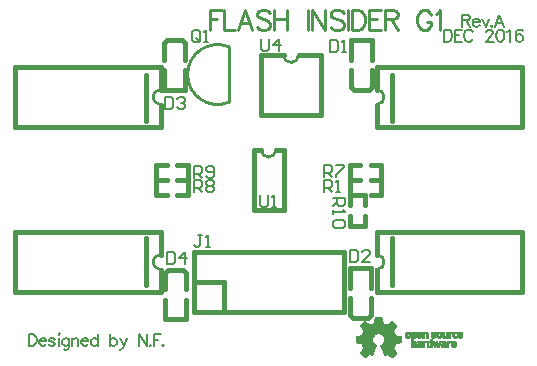
<source format=gto>
*%FSLAX55Y55*%
*%MOMM*%
G01*
%ADD11C,0.02540*%
%ADD12C,0.15240*%
%ADD13C,0.17780*%
%ADD14C,0.18627*%
%ADD15C,0.25400*%
%ADD16C,0.38100*%
%ADD17C,1.01600*%
%ADD18C,1.21920*%
%ADD19C,1.39700*%
%ADD20C,1.52400*%
%ADD21C,1.60020*%
%ADD22C,1.72720*%
%ADD23C,1.77800*%
%ADD24C,2.03200*%
%ADD25O,2.54000X0.60960*%
%ADD26O,2.54000X0.63500*%
%ADD27O,2.74320X0.81280*%
%ADD28O,2.74320X0.83820*%
%ADD29R,0.25400X0.25400*%
%ADD30R,0.25400X0.25400*%
%ADD31R,0.27652X0.27652*%
%ADD32R,0.38100X0.38100*%
%ADD33R,0.38100X0.38100*%
%ADD34R,0.50800X0.50800*%
%ADD35R,0.50800X0.50800*%
%ADD36R,0.63500X0.63500*%
%ADD37R,0.76200X0.76200*%
%ADD38R,0.76200X0.76200*%
%ADD39R,0.76200X0.76200*%
%ADD40R,0.88900X0.88900*%
%ADD41R,0.88900X0.88900*%
%ADD42R,0.93723X0.93723*%
%ADD43R,0.96520X0.96520*%
%ADD44R,0.98497X0.98497*%
%ADD45R,1.01600X1.01600*%
%ADD46R,1.01600X1.01600*%
%ADD47R,1.01600X1.01600*%
%ADD48R,1.14300X1.14300*%
%ADD49R,1.27000X1.27000*%
%ADD50R,1.27000X1.27000*%
%ADD51R,1.27000X1.52400*%
%ADD52R,1.27000X1.27000*%
%ADD53R,1.39700X1.39700*%
%ADD54R,1.39700X1.39700*%
%ADD55R,1.39700X1.39700*%
%ADD56R,1.39700X1.39700*%
%ADD57R,1.47320X1.72720*%
%ADD58R,1.52400X1.52400*%
%ADD59R,1.60020X1.60020*%
%ADD60R,1.65100X1.65100*%
%ADD61R,1.65100X1.65100*%
%ADD62R,2.03200X2.03200*%
%ADD63R,2.54000X2.54000*%
D11*
X26169620Y19072860D02*
X26461720D01*
X26941780Y18902680D02*
X26967180D01*
X26908760D02*
X26896060D01*
X26888440D02*
X26850340D01*
X26830020D02*
X26817320D01*
X26799540D02*
X26786840D01*
X26769060D02*
X26756360D01*
X26753820D02*
X26733500D01*
X26705560D02*
X26690320D01*
X26682700D02*
X26647140D01*
X26634440D02*
X26621740D01*
X26606500D02*
X26591260D01*
X26939240Y18905220D02*
X26969720D01*
X26908760D02*
X26896060D01*
X26888440D02*
X26847800D01*
X26830020D02*
X26817320D01*
X26799540D02*
X26786840D01*
X26769060D02*
X26730960D01*
X26705560D02*
X26690320D01*
X26682700D02*
X26644600D01*
X26634440D02*
X26621740D01*
X26606500D02*
X26591260D01*
X26936700Y18907760D02*
X26972260D01*
X26908760D02*
X26896060D01*
X26888440D02*
X26845260D01*
X26832560D02*
X26814780D01*
X26802080D02*
X26784300D01*
X26769060D02*
X26728420D01*
X26705560D02*
X26690320D01*
X26682700D02*
X26642060D01*
X26634440D02*
X26621740D01*
X26606500D02*
X26591260D01*
X26934160Y18910300D02*
X26972260D01*
X26908760D02*
X26896060D01*
X26888440D02*
X26845260D01*
X26832560D02*
X26814780D01*
X26802080D02*
X26784300D01*
X26769060D02*
X26728420D01*
X26705560D02*
X26690320D01*
X26682700D02*
X26639520D01*
X26634440D02*
X26621740D01*
X26606500D02*
X26591260D01*
X26931620Y18912840D02*
X26969720D01*
X26908760D02*
X26896060D01*
X26888440D02*
X26845260D01*
X26832560D02*
X26814780D01*
X26802080D02*
X26784300D01*
X26769060D02*
X26725880D01*
X26705560D02*
X26690320D01*
X26682700D02*
X26639520D01*
X26634440D02*
X26621740D01*
X26606500D02*
X26591260D01*
X26962100Y18915380D02*
X26967180D01*
X26946860D02*
X26931620D01*
X26908760D02*
X26896060D01*
X26888440D02*
X26873200D01*
X26857960D02*
X26842720D01*
X26835100D02*
X26814780D01*
X26804620D02*
X26784300D01*
X26769060D02*
X26753820D01*
X26741120D02*
X26725880D01*
X26705560D02*
X26690320D01*
X26682700D02*
X26670000D01*
X26652220D02*
X26639520D01*
X26634440D02*
X26621740D01*
X26606500D02*
X26591260D01*
X26931620Y18917920D02*
X26944320D01*
X26908760D02*
X26896060D01*
X26888440D02*
X26873200D01*
X26855420D02*
X26842720D01*
X26835100D02*
X26812240D01*
X26804620D02*
X26781760D01*
X26769060D02*
X26753820D01*
X26741120D02*
X26725880D01*
X26705560D02*
X26690320D01*
X26682700D02*
X26670000D01*
X26652220D02*
X26639520D01*
X26634440D02*
X26621740D01*
X26606500D02*
X26591260D01*
X26929080Y18920460D02*
X26944320D01*
X26908760D02*
X26896060D01*
X26888440D02*
X26873200D01*
X26857960D02*
X26845260D01*
X26835100D02*
X26812240D01*
X26804620D02*
X26781760D01*
X26769060D02*
X26756360D01*
X26738580D02*
X26725880D01*
X26705560D02*
X26690320D01*
X26682700D02*
X26670000D01*
X26654760D02*
X26639520D01*
X26634440D02*
X26621740D01*
X26606500D02*
X26591260D01*
X26929080Y18923000D02*
X26974800D01*
X26908760D02*
X26896060D01*
X26888440D02*
X26845260D01*
X26837640D02*
X26824940D01*
X26822400D02*
X26812240D01*
X26807160D02*
X26781760D01*
X26769060D02*
X26756360D01*
X26738580D02*
X26725880D01*
X26705560D02*
X26690320D01*
X26682700D02*
X26639520D01*
X26634440D02*
X26621740D01*
X26606500D02*
X26591260D01*
X26929080Y18925540D02*
X26974800D01*
X26908760D02*
X26896060D01*
X26888440D02*
X26845260D01*
X26837640D02*
X26824940D01*
X26822400D02*
X26809700D01*
X26807160D02*
X26794460D01*
X26791920D02*
X26779220D01*
X26769060D02*
X26756360D01*
X26738580D02*
X26725880D01*
X26705560D02*
X26690320D01*
X26682700D02*
X26642060D01*
X26634440D02*
X26621740D01*
X26606500D02*
X26591260D01*
X26929080Y18928080D02*
X26974800D01*
X26908760D02*
X26896060D01*
X26888440D02*
X26847800D01*
X26837640D02*
X26824940D01*
X26822400D02*
X26809700D01*
X26807160D02*
X26794460D01*
X26791920D02*
X26779220D01*
X26769060D02*
X26756360D01*
X26738580D02*
X26725880D01*
X26705560D02*
X26690320D01*
X26682700D02*
X26644600D01*
X26634440D02*
X26621740D01*
X26606500D02*
X26591260D01*
X26929080Y18930620D02*
X26974800D01*
X26908760D02*
X26896060D01*
X26888440D02*
X26850340D01*
X26840180D02*
X26824940D01*
X26822400D02*
X26809700D01*
X26807160D02*
X26797000D01*
X26791920D02*
X26779220D01*
X26769060D02*
X26756360D01*
X26738580D02*
X26725880D01*
X26705560D02*
X26690320D01*
X26682700D02*
X26647140D01*
X26634440D02*
X26621740D01*
X26606500D02*
X26591260D01*
X26929080Y18933160D02*
X26974800D01*
X26908760D02*
X26896060D01*
X26888440D02*
X26857960D01*
X26840180D02*
X26827480D01*
X26819860D02*
X26797000D01*
X26791920D02*
X26776680D01*
X26769060D02*
X26756360D01*
X26738580D02*
X26725880D01*
X26705560D02*
X26690320D01*
X26682700D02*
X26670000D01*
X26667460D02*
X26652220D01*
X26634440D02*
X26621740D01*
X26606500D02*
X26591260D01*
X26959560Y18935700D02*
X26974800D01*
X26944320D02*
X26931620D01*
X26908760D02*
X26896060D01*
X26888440D02*
X26873200D01*
X26840180D02*
X26827480D01*
X26819860D02*
X26797000D01*
X26789380D02*
X26776680D01*
X26769060D02*
X26753820D01*
X26741120D02*
X26725880D01*
X26705560D02*
X26690320D01*
X26682700D02*
X26670000D01*
X26634440D02*
X26621740D01*
X26606500D02*
X26591260D01*
X26959560Y18938240D02*
X26974800D01*
X26944320D02*
X26931620D01*
X26911300D02*
X26896060D01*
X26888440D02*
X26873200D01*
X26857960D02*
X26852880D01*
X26842720D02*
X26827480D01*
X26819860D02*
X26799540D01*
X26789380D02*
X26776680D01*
X26769060D02*
X26753820D01*
X26741120D02*
X26725880D01*
X26705560D02*
X26690320D01*
X26682700D02*
X26670000D01*
X26634440D02*
X26619200D01*
X26606500D02*
X26591260D01*
X26957020Y18940780D02*
X26972260D01*
X26949400D02*
X26931620D01*
X26926540D02*
X26918920D01*
X26913840D02*
X26896060D01*
X26888440D02*
X26873200D01*
X26860500D02*
X26852880D01*
X26842720D02*
X26830020D01*
X26817320D02*
X26799540D01*
X26789380D02*
X26774140D01*
X26769060D02*
X26751280D01*
X26743660D02*
X26725880D01*
X26723340D02*
X26715720D01*
X26710640D02*
X26690320D01*
X26682700D02*
X26667460D01*
X26654760D02*
X26647140D01*
X26634440D02*
X26616660D01*
X26611580D02*
X26591260D01*
X26934160Y18943320D02*
X26972260D01*
X26929080D02*
X26896060D01*
X26885900D02*
X26847800D01*
X26842720D02*
X26830020D01*
X26817320D02*
X26799540D01*
X26786840D02*
X26774140D01*
X26769060D02*
X26728420D01*
X26723340D02*
X26690320D01*
X26682700D02*
X26644600D01*
X26634440D02*
X26591260D01*
X26934160Y18945860D02*
X26969720D01*
X26931620D02*
X26896060D01*
X26885900D02*
X26847800D01*
X26845260D02*
X26830020D01*
X26817320D02*
X26802080D01*
X26786840D02*
X26774140D01*
X26769060D02*
X26728420D01*
X26725880D02*
X26690320D01*
X26680160D02*
X26642060D01*
X26631900D02*
X26591260D01*
X26936700Y18948400D02*
X26967180D01*
X26931620D02*
X26896060D01*
X26883360D02*
X26847800D01*
X26845260D02*
X26830020D01*
X26814780D02*
X26802080D01*
X26786840D02*
X26771600D01*
X26769060D02*
X26730960D01*
X26728420D02*
X26690320D01*
X26680160D02*
X26644600D01*
X26629360D02*
X26591260D01*
X26939240Y18950940D02*
X26964640D01*
X26931620D02*
X26896060D01*
X26880820D02*
X26850340D01*
X26845260D02*
X26832560D01*
X26814780D02*
X26802080D01*
X26786840D02*
X26771600D01*
X26769060D02*
X26756360D01*
X26753820D02*
X26733500D01*
X26728420D02*
X26690320D01*
X26675080D02*
X26647140D01*
X26626820D02*
X26591260D01*
X26944320Y18953480D02*
X26959560D01*
X26926540D02*
X26913840D01*
X26908760D02*
X26896060D01*
X26875740D02*
X26855420D01*
X26845260D02*
X26832560D01*
X26814780D02*
X26804620D01*
X26784300D02*
X26771600D01*
X26769060D02*
X26756360D01*
X26751280D02*
X26736040D01*
X26723340D02*
X26708100D01*
X26705560D02*
X26690320D01*
X26670000D02*
X26652220D01*
X26624280D02*
X26609040D01*
X26606500D02*
X26591260D01*
X26756360Y18956020D02*
X26769060D01*
X26606500D02*
X26591260D01*
X26756360Y18958560D02*
X26769060D01*
X26606500D02*
X26591260D01*
X26756360Y18961100D02*
X26769060D01*
X26606500D02*
X26591260D01*
X26756360Y18963640D02*
X26769060D01*
X26606500D02*
X26591260D01*
X26756360Y18966180D02*
X26769060D01*
X26606500D02*
X26591260D01*
X26756360Y18968720D02*
X26769060D01*
X26606500D02*
X26591260D01*
X26756360Y18971260D02*
X26769060D01*
X26606500D02*
X26591260D01*
X26756360Y18973800D02*
X26769060D01*
X26606500D02*
X26591260D01*
Y18976340D02*
X26606500D01*
Y18978880D02*
X26591260D01*
X26997660Y18981420D02*
X27020520D01*
X26974800D02*
X26954480D01*
X26921460D02*
X26908760D01*
X26901140D02*
X26885900D01*
X26883360D02*
X26868120D01*
X26837640D02*
X26819860D01*
X26791920D02*
X26769060D01*
X26733500D02*
X26720800D01*
X26703020D02*
X26690320D01*
X26672540D02*
X26652220D01*
X26624280D02*
X26609040D01*
X26606500D02*
X26591260D01*
X26573480D02*
X26553160D01*
X26995120Y18983960D02*
X27023060D01*
X26979880D02*
X26951940D01*
X26921460D02*
X26908760D01*
X26901140D02*
X26863040D01*
X26842720D02*
X26814780D01*
X26797000D02*
X26763980D01*
X26733500D02*
X26720800D01*
X26703020D02*
X26690320D01*
X26677620D02*
X26647140D01*
X26629360D02*
X26591260D01*
X26578560D02*
X26550620D01*
X26990040Y18986500D02*
X27025600D01*
X26982420D02*
X26949400D01*
X26921460D02*
X26908760D01*
X26901140D02*
X26860500D01*
X26845260D02*
X26812240D01*
X26799540D02*
X26761440D01*
X26733500D02*
X26720800D01*
X26703020D02*
X26690320D01*
X26680160D02*
X26644600D01*
X26631900D02*
X26591260D01*
X26581100D02*
X26548080D01*
X26990040Y18989040D02*
X27028140D01*
X26984960D02*
X26946860D01*
X26921460D02*
X26908760D01*
X26901140D02*
X26857960D01*
X26847800D02*
X26809700D01*
X26802080D02*
X26758900D01*
X26733500D02*
X26720800D01*
X26703020D02*
X26690320D01*
X26682700D02*
X26644600D01*
X26631900D02*
X26591260D01*
X26581100D02*
X26545540D01*
X26987500Y18991580D02*
X27028140D01*
X26984960D02*
X26944320D01*
X26921460D02*
X26908760D01*
X26901140D02*
X26857960D01*
X26847800D02*
X26809700D01*
X26802080D02*
X26758900D01*
X26733500D02*
X26720800D01*
X26703020D02*
X26690320D01*
X26680160D02*
X26642060D01*
X26634440D02*
X26591260D01*
X26583640D02*
X26543000D01*
X27015440Y18994120D02*
X27023060D01*
X27002740D02*
X26987500D01*
X26982420D02*
X26972260D01*
X26959560D02*
X26944320D01*
X26921460D02*
X26908760D01*
X26901140D02*
X26883360D01*
X26873200D02*
X26857960D01*
X26850340D02*
X26832560D01*
X26824940D02*
X26807160D01*
X26804620D02*
X26789380D01*
X26774140D02*
X26761440D01*
X26733500D02*
X26720800D01*
X26703020D02*
X26690320D01*
X26677620D02*
X26670000D01*
X26657300D02*
X26642060D01*
X26634440D02*
X26619200D01*
X26609040D02*
X26591260D01*
X26586180D02*
X26568400D01*
X26558240D02*
X26543000D01*
X27017980Y18996660D02*
X27023060D01*
X27000200D02*
X26984960D01*
X26979880D02*
X26972260D01*
X26957020D02*
X26941780D01*
X26921460D02*
X26908760D01*
X26901140D02*
X26885900D01*
X26870660D02*
X26857960D01*
X26850340D02*
X26835100D01*
X26822400D02*
X26807160D01*
X26804620D02*
X26789380D01*
X26769060D02*
X26763980D01*
X26733500D02*
X26720800D01*
X26703020D02*
X26690320D01*
X26675080D02*
X26672540D01*
X26654760D02*
X26639520D01*
X26634440D02*
X26621740D01*
X26606500D02*
X26591260D01*
X26586180D02*
X26570940D01*
X26555700D02*
X26543000D01*
X26984960Y18999200D02*
X27000200D01*
X26957020D02*
X26941780D01*
X26921460D02*
X26908760D01*
X26901140D02*
X26885900D01*
X26870660D02*
X26855420D01*
X26850340D02*
X26837640D01*
X26819860D02*
X26807160D01*
X26804620D02*
X26789380D01*
X26733500D02*
X26720800D01*
X26703020D02*
X26690320D01*
X26652220D02*
X26639520D01*
X26634440D02*
X26621740D01*
X26606500D02*
X26591260D01*
X26586180D02*
X26570940D01*
X26555700D02*
X26543000D01*
X26984960Y19001740D02*
X27028140D01*
X26954480D02*
X26941780D01*
X26921460D02*
X26908760D01*
X26901140D02*
X26885900D01*
X26870660D02*
X26855420D01*
X26850340D02*
X26837640D01*
X26819860D02*
X26807160D01*
X26802080D02*
X26774140D01*
X26733500D02*
X26720800D01*
X26703020D02*
X26690320D01*
X26685240D02*
X26639520D01*
X26634440D02*
X26621740D01*
X26606500D02*
X26591260D01*
X26586180D02*
X26573480D01*
X26555700D02*
X26543000D01*
X26984960Y19004280D02*
X27028140D01*
X26954480D02*
X26941780D01*
X26921460D02*
X26908760D01*
X26901140D02*
X26885900D01*
X26870660D02*
X26855420D01*
X26850340D02*
X26837640D01*
X26819860D02*
X26807160D01*
X26802080D02*
X26766520D01*
X26733500D02*
X26720800D01*
X26703020D02*
X26690320D01*
X26685240D02*
X26639520D01*
X26634440D02*
X26621740D01*
X26606500D02*
X26591260D01*
X26586180D02*
X26573480D01*
X26555700D02*
X26543000D01*
X26984960Y19006820D02*
X27028140D01*
X26954480D02*
X26941780D01*
X26921460D02*
X26908760D01*
X26901140D02*
X26885900D01*
X26870660D02*
X26855420D01*
X26850340D02*
X26837640D01*
X26819860D02*
X26807160D01*
X26799540D02*
X26763980D01*
X26733500D02*
X26720800D01*
X26703020D02*
X26690320D01*
X26685240D02*
X26639520D01*
X26634440D02*
X26621740D01*
X26606500D02*
X26591260D01*
X26586180D02*
X26573480D01*
X26555700D02*
X26543000D01*
X26984960Y19009360D02*
X27028140D01*
X26954480D02*
X26941780D01*
X26921460D02*
X26908760D01*
X26901140D02*
X26885900D01*
X26870660D02*
X26855420D01*
X26850340D02*
X26837640D01*
X26819860D02*
X26807160D01*
X26799540D02*
X26761440D01*
X26733500D02*
X26720800D01*
X26703020D02*
X26690320D01*
X26685240D02*
X26639520D01*
X26634440D02*
X26621740D01*
X26606500D02*
X26591260D01*
X26586180D02*
X26573480D01*
X26555700D02*
X26543000D01*
X26984960Y19011900D02*
X27028140D01*
X26954480D02*
X26941780D01*
X26921460D02*
X26908760D01*
X26901140D02*
X26885900D01*
X26870660D02*
X26855420D01*
X26850340D02*
X26837640D01*
X26819860D02*
X26807160D01*
X26794460D02*
X26761440D01*
X26733500D02*
X26720800D01*
X26703020D02*
X26690320D01*
X26685240D02*
X26639520D01*
X26634440D02*
X26621740D01*
X26606500D02*
X26591260D01*
X26586180D02*
X26573480D01*
X26555700D02*
X26543000D01*
X27015440Y19014440D02*
X27028140D01*
X27000200D02*
X26984960D01*
X26957020D02*
X26941780D01*
X26921460D02*
X26908760D01*
X26901140D02*
X26885900D01*
X26870660D02*
X26855420D01*
X26850340D02*
X26837640D01*
X26819860D02*
X26807160D01*
X26776680D02*
X26761440D01*
X26733500D02*
X26718260D01*
X26703020D02*
X26690320D01*
X26682700D02*
X26670000D01*
X26652220D02*
X26639520D01*
X26634440D02*
X26621740D01*
X26606500D02*
X26591260D01*
X26586180D02*
X26570940D01*
X26555700D02*
X26543000D01*
X27015440Y19016980D02*
X27028140D01*
X27000200D02*
X26984960D01*
X26979880D02*
X26972260D01*
X26957020D02*
X26941780D01*
X26924000D02*
X26908760D01*
X26901140D02*
X26885900D01*
X26870660D02*
X26855420D01*
X26850340D02*
X26835100D01*
X26822400D02*
X26807160D01*
X26797000D02*
X26791920D01*
X26774140D02*
X26761440D01*
X26733500D02*
X26718260D01*
X26705560D02*
X26690320D01*
X26682700D02*
X26670000D01*
X26654760D02*
X26639520D01*
X26634440D02*
X26621740D01*
X26606500D02*
X26591260D01*
X26586180D02*
X26570940D01*
X26555700D02*
X26543000D01*
X27012900Y19019520D02*
X27028140D01*
X27002740D02*
X26987500D01*
X26982420D02*
X26972260D01*
X26959560D02*
X26944320D01*
X26939240D02*
X26934160D01*
X26926540D02*
X26908760D01*
X26901140D02*
X26885900D01*
X26870660D02*
X26855420D01*
X26850340D02*
X26832560D01*
X26824940D02*
X26807160D01*
X26797000D02*
X26789380D01*
X26774140D02*
X26761440D01*
X26733500D02*
X26715720D01*
X26705560D02*
X26690320D01*
X26682700D02*
X26667460D01*
X26654760D02*
X26642060D01*
X26634440D02*
X26619200D01*
X26609040D02*
X26591260D01*
X26586180D02*
X26568400D01*
X26558240D02*
X26543000D01*
X26987500Y19022060D02*
X27028140D01*
X26984960D02*
X26944320D01*
X26939240D02*
X26908760D01*
X26901140D02*
X26885900D01*
X26870660D02*
X26855420D01*
X26847800D02*
X26809700D01*
X26799540D02*
X26761440D01*
X26730960D02*
X26690320D01*
X26682700D02*
X26642060D01*
X26634440D02*
X26591260D01*
X26583640D02*
X26543000D01*
X26990040Y19024600D02*
X27025600D01*
X26984960D02*
X26946860D01*
X26941780D02*
X26908760D01*
X26901140D02*
X26885900D01*
X26870660D02*
X26855420D01*
X26847800D02*
X26809700D01*
X26802080D02*
X26761440D01*
X26730960D02*
X26690320D01*
X26680160D02*
X26644600D01*
X26631900D02*
X26591260D01*
X26581100D02*
X26545540D01*
X26992580Y19027140D02*
X27023060D01*
X26982420D02*
X26949400D01*
X26944320D02*
X26908760D01*
X26901140D02*
X26885900D01*
X26870660D02*
X26855420D01*
X26845260D02*
X26812240D01*
X26802080D02*
X26763980D01*
X26728420D02*
X26690320D01*
X26677620D02*
X26644600D01*
X26631900D02*
X26591260D01*
X26581100D02*
X26548080D01*
X26995120Y19029680D02*
X27020520D01*
X26979880D02*
X26951940D01*
X26944320D02*
X26908760D01*
X26901140D02*
X26885900D01*
X26870660D02*
X26855420D01*
X26842720D02*
X26814780D01*
X26799540D02*
X26766520D01*
X26725880D02*
X26690320D01*
X26675080D02*
X26647140D01*
X26629360D02*
X26591260D01*
X26578560D02*
X26550620D01*
X26997660Y19032220D02*
X27017980D01*
X26974800D02*
X26954480D01*
X26941780D02*
X26924000D01*
X26921460D02*
X26908760D01*
X26901140D02*
X26885900D01*
X26870660D02*
X26855420D01*
X26837640D02*
X26819860D01*
X26794460D02*
X26771600D01*
X26723340D02*
X26705560D01*
X26703020D02*
X26690320D01*
X26670000D02*
X26652220D01*
X26624280D02*
X26609040D01*
X26606500D02*
X26591260D01*
X26573480D02*
X26553160D01*
X26433780Y18816320D02*
X26426160D01*
X26205180D02*
X26197560D01*
X26423620Y18818860D02*
X26436320D01*
X26207720D02*
X26195020D01*
X26421080Y18821400D02*
X26438860D01*
X26210260D02*
X26192480D01*
X26416000Y18823940D02*
X26441400D01*
X26215340D02*
X26189940D01*
X26413460Y18826480D02*
X26443940D01*
X26217880D02*
X26187400D01*
X26408380Y18829020D02*
X26446480D01*
X26222960D02*
X26184860D01*
X26405840Y18831560D02*
X26449020D01*
X26225500D02*
X26182320D01*
X26400760Y18834100D02*
X26451560D01*
X26375360D02*
X26367740D01*
X26263600D02*
X26255980D01*
X26230580D02*
X26179780D01*
X26398220Y18836640D02*
X26454100D01*
X26380440D02*
X26367740D01*
X26263600D02*
X26250900D01*
X26233120D02*
X26177240D01*
X26395680Y18839180D02*
X26456640D01*
X26385520D02*
X26365200D01*
X26266140D02*
X26245820D01*
X26235660D02*
X26174700D01*
X26365200Y18841720D02*
X26459180D01*
X26266140D02*
X26172160D01*
X26365200Y18844260D02*
X26461720D01*
X26266140D02*
X26169620D01*
X26362660Y18846800D02*
X26464260D01*
X26268680D02*
X26167080D01*
X26362660Y18849340D02*
X26466800D01*
X26268680D02*
X26164540D01*
X26360120Y18851880D02*
X26466800D01*
X26271220D02*
X26164540D01*
X26360120Y18854420D02*
X26466800D01*
X26271220D02*
X26164540D01*
X26360120Y18856960D02*
X26466800D01*
X26271220D02*
X26164540D01*
X26357580Y18859500D02*
X26464260D01*
X26273760D02*
X26167080D01*
X26357580Y18862040D02*
X26464260D01*
X26273760D02*
X26167080D01*
X26355040Y18864580D02*
X26461720D01*
X26276300D02*
X26169620D01*
X26355040Y18867120D02*
X26459180D01*
X26276300D02*
X26172160D01*
X26352500Y18869660D02*
X26456640D01*
X26278840D02*
X26174700D01*
X26352500Y18872200D02*
X26456640D01*
X26278840D02*
X26174700D01*
X26352500Y18874740D02*
X26454100D01*
X26278840D02*
X26177240D01*
X26349960Y18877280D02*
X26451560D01*
X26281380D02*
X26179780D01*
X26349960Y18879820D02*
X26451560D01*
X26281380D02*
X26179780D01*
X26347420Y18882360D02*
X26449020D01*
X26283920D02*
X26182320D01*
X26347420Y18884900D02*
X26446480D01*
X26283920D02*
X26184860D01*
X26347420Y18887440D02*
X26446480D01*
X26283920D02*
X26184860D01*
X26344880Y18889980D02*
X26443940D01*
X26286460D02*
X26187400D01*
X26344880Y18892520D02*
X26441400D01*
X26286460D02*
X26189940D01*
X26342340Y18895060D02*
X26441400D01*
X26289000D02*
X26189940D01*
X26342340Y18897600D02*
X26443940D01*
X26289000D02*
X26187400D01*
X26342340Y18900140D02*
X26443940D01*
X26289000D02*
X26187400D01*
X26339800Y18902680D02*
X26443940D01*
X26291540D02*
X26187400D01*
X26339800Y18905220D02*
X26446480D01*
X26291540D02*
X26184860D01*
X26337260Y18907760D02*
X26446480D01*
X26294080D02*
X26184860D01*
X26337260Y18910300D02*
X26449020D01*
X26294080D02*
X26182320D01*
X26334720Y18912840D02*
X26449020D01*
X26296620D02*
X26182320D01*
X26334720Y18915380D02*
X26449020D01*
X26296620D02*
X26182320D01*
X26334720Y18917920D02*
X26451560D01*
X26296620D02*
X26179780D01*
X26337260Y18920460D02*
X26451560D01*
X26294080D02*
X26179780D01*
X26342340Y18923000D02*
X26454100D01*
X26289000D02*
X26177240D01*
X26344880Y18925540D02*
X26454100D01*
X26286460D02*
X26177240D01*
X26347420Y18928080D02*
X26454100D01*
X26283920D02*
X26177240D01*
X26349960Y18930620D02*
X26456640D01*
X26281380D02*
X26174700D01*
X26352500Y18933160D02*
X26469340D01*
X26278840D02*
X26162000D01*
X26355040Y18935700D02*
X26482040D01*
X26276300D02*
X26149300D01*
X26357580Y18938240D02*
X26494740D01*
X26273760D02*
X26136600D01*
X26360120Y18940780D02*
X26504900D01*
X26271220D02*
X26126440D01*
X26360120Y18943320D02*
X26504900D01*
X26271220D02*
X26126440D01*
X26362660Y18945860D02*
X26504900D01*
X26268680D02*
X26126440D01*
X26362660Y18948400D02*
X26504900D01*
X26268680D02*
X26126440D01*
X26365200Y18950940D02*
X26504900D01*
X26266140D02*
X26126440D01*
X26365200Y18953480D02*
X26504900D01*
X26266140D02*
X26126440D01*
X26365200Y18956020D02*
X26504900D01*
X26266140D02*
X26126440D01*
X26365200Y18958560D02*
X26504900D01*
X26266140D02*
X26126440D01*
X26365200Y18961100D02*
X26504900D01*
X26266140D02*
X26126440D01*
X26365200Y18963640D02*
X26504900D01*
X26266140D02*
X26126440D01*
X26367740Y18966180D02*
X26504900D01*
X26263600D02*
X26126440D01*
X26367740Y18968720D02*
X26504900D01*
X26263600D02*
X26126440D01*
X26365200Y18971260D02*
X26504900D01*
X26266140D02*
X26126440D01*
X26365200Y18973800D02*
X26504900D01*
X26266140D02*
X26126440D01*
X26365200Y18976340D02*
X26504900D01*
X26266140D02*
X26126440D01*
X26365200Y18978880D02*
X26504900D01*
X26266140D02*
X26126440D01*
X26365200Y18981420D02*
X26504900D01*
X26266140D02*
X26126440D01*
X26362660Y18983960D02*
X26504900D01*
X26268680D02*
X26126440D01*
X26362660Y18986500D02*
X26504900D01*
X26268680D02*
X26126440D01*
X26362660Y18989040D02*
X26504900D01*
X26268680D02*
X26126440D01*
X26360120Y18991580D02*
X26504900D01*
X26271220D02*
X26126440D01*
X26357580Y18994120D02*
X26504900D01*
X26273760D02*
X26126440D01*
X26357580Y18996660D02*
X26497280D01*
X26273760D02*
X26134060D01*
X26355040Y18999200D02*
X26482040D01*
X26276300D02*
X26149300D01*
X26352500Y19001740D02*
X26469340D01*
X26278840D02*
X26162000D01*
X26349960Y19004280D02*
X26456640D01*
X26281380D02*
X26174700D01*
X26347420Y19006820D02*
X26454100D01*
X26283920D02*
X26177240D01*
X26344880Y19009360D02*
X26454100D01*
X26286460D02*
X26177240D01*
X26339800Y19011900D02*
X26451560D01*
X26291540D02*
X26179780D01*
X26334720Y19014440D02*
X26451560D01*
X26296620D02*
X26179780D01*
X26324560Y19016980D02*
X26449020D01*
X26306780D02*
X26182320D01*
Y19019520D02*
X26449020D01*
X26446480Y19022060D02*
X26184860D01*
Y19024600D02*
X26446480D01*
Y19027140D02*
X26184860D01*
X26187400Y19029680D02*
X26443940D01*
Y19032220D02*
X26187400D01*
X26189940Y19034760D02*
X26441400D01*
Y19037300D02*
X26189940D01*
Y19039840D02*
X26441400D01*
Y19042380D02*
X26189940D01*
X26187400Y19044920D02*
X26443940D01*
X26446480Y19047460D02*
X26184860D01*
Y19050000D02*
X26446480D01*
X26449020Y19052540D02*
X26182320D01*
X26179780Y19055080D02*
X26451560D01*
Y19057620D02*
X26179780D01*
X26177240Y19060160D02*
X26454100D01*
X26456640Y19062700D02*
X26174700D01*
Y19065240D02*
X26456640D01*
X26459180Y19067780D02*
X26172160D01*
X26169620Y19070320D02*
X26461720D01*
X26464260Y19075400D02*
X26167080D01*
X26164540Y19077940D02*
X26466800D01*
Y19080480D02*
X26164540D01*
Y19083020D02*
X26466800D01*
Y19085560D02*
X26164540D01*
X26167080Y19088100D02*
X26464260D01*
X26461720Y19090640D02*
X26169620D01*
X26390600Y19093180D02*
X26459180D01*
X26382980D02*
X26248360D01*
X26240740D02*
X26172160D01*
X26393140Y19095720D02*
X26456640D01*
X26375360D02*
X26255980D01*
X26238200D02*
X26174700D01*
X26398220Y19098260D02*
X26454100D01*
X26370280D02*
X26261060D01*
X26233120D02*
X26177240D01*
X26400760Y19100800D02*
X26451560D01*
X26362660D02*
X26268680D01*
X26230580D02*
X26179780D01*
X26405840Y19103340D02*
X26449020D01*
X26357580D02*
X26273760D01*
X26225500D02*
X26182320D01*
X26408380Y19105880D02*
X26446480D01*
X26352500D02*
X26278840D01*
X26222960D02*
X26184860D01*
X26413460Y19108420D02*
X26443940D01*
X26352500D02*
X26278840D01*
X26217880D02*
X26187400D01*
X26416000Y19110960D02*
X26441400D01*
X26352500D02*
X26278840D01*
X26215340D02*
X26189940D01*
X26421080Y19113500D02*
X26438860D01*
X26349960D02*
X26281380D01*
X26210260D02*
X26192480D01*
X26423620Y19116040D02*
X26436320D01*
X26349960D02*
X26281380D01*
X26207720D02*
X26195020D01*
X26426160Y19118580D02*
X26433780D01*
X26349960D02*
X26281380D01*
X26205180D02*
X26197560D01*
X26281380Y19121120D02*
X26349960D01*
Y19123660D02*
X26281380D01*
Y19126200D02*
X26349960D01*
X26347420Y19128740D02*
X26283920D01*
Y19131280D02*
X26347420D01*
Y19133820D02*
X26283920D01*
Y19136360D02*
X26347420D01*
Y19138900D02*
X26283920D01*
X26286460Y19141440D02*
X26344880D01*
Y19143980D02*
X26286460D01*
Y19146520D02*
X26344880D01*
Y19149060D02*
X26286460D01*
Y19151600D02*
X26344880D01*
X26342340Y19154140D02*
X26289000D01*
D12*
X25908000Y21399500D02*
Y21501067D01*
Y21399500D02*
X25958783D01*
X25975711Y21416428D01*
Y21484139D01*
X25958783Y21501067D01*
X25908000D01*
X26009567Y21399500D02*
X26043423D01*
X26026495D01*
Y21501067D01*
X26026520D01*
X26026495D02*
X26009567Y21484139D01*
X26073100Y19723067D02*
Y19621500D01*
X26123883D01*
X26140811Y19638428D01*
Y19706139D01*
X26123883Y19723067D01*
X26073100D01*
X26174667Y19621500D02*
X26242379D01*
X26174667D02*
X26242379Y19689211D01*
Y19706139D01*
X26225451Y19723067D01*
X26191595D01*
X26174667Y19706139D01*
X24511000Y20916900D02*
Y21018467D01*
Y20916900D02*
X24561783D01*
X24578711Y20933828D01*
Y21001539D01*
X24561783Y21018467D01*
X24511000D01*
X24612567Y21001539D02*
X24629495Y21018467D01*
X24663351D01*
X24680279Y21001539D01*
Y20984611D01*
X24680304D01*
X24680279D02*
X24680304D01*
X24680279D02*
X24680304D01*
X24680279D02*
X24663351Y20967683D01*
X24646423D01*
X24663351D01*
X24680279Y20950756D01*
Y20933828D01*
X24663351Y20916900D01*
X24629495D01*
X24612567Y20933828D01*
X24523700Y19710367D02*
Y19608800D01*
X24574483D01*
X24591411Y19625728D01*
Y19693439D01*
X24574483Y19710367D01*
X24523700D01*
X24676051D02*
Y19608800D01*
X24625267Y19659583D02*
X24676051Y19710367D01*
X24692979Y19659583D02*
X24625267D01*
X25857200Y20218400D02*
Y20319967D01*
X25907983D01*
X25924911Y20303039D01*
Y20269183D01*
X25907983Y20252256D01*
X25857200D01*
X25891056D02*
X25924911Y20218400D01*
X25958767D02*
X25992623D01*
X25975695D01*
Y20319967D01*
X25975720D01*
X25975695D02*
X25958767Y20303039D01*
X25857200Y20345400D02*
Y20446967D01*
X25907983D01*
X25924911Y20430039D01*
Y20396183D01*
X25907983Y20379256D01*
X25857200D01*
X25891056D02*
X25924911Y20345400D01*
X25958767Y20446967D02*
X26026479D01*
Y20430039D01*
X25958767Y20362328D01*
Y20345400D01*
X24752300Y20319967D02*
Y20218400D01*
Y20319967D02*
X24803083D01*
X24820011Y20303039D01*
Y20269183D01*
X24803083Y20252256D01*
X24752300D01*
X24786156D02*
X24820011Y20218400D01*
X24853867Y20303039D02*
X24870795Y20319967D01*
X24904651D01*
X24921579Y20303039D01*
Y20286111D01*
X24904651Y20269183D01*
X24921579Y20252256D01*
Y20235328D01*
X24904651Y20218400D01*
X24870795D01*
X24853867Y20235328D01*
Y20252256D01*
X24870795Y20269183D01*
X24853867Y20286111D01*
Y20303039D01*
X24870795Y20269183D02*
X24904651D01*
X24752300Y20332700D02*
Y20434267D01*
X24803083D01*
X24820011Y20417339D01*
Y20383483D01*
X24803083Y20366556D01*
X24752300D01*
X24786156D02*
X24820011Y20332700D01*
X24853867Y20349628D02*
X24870795Y20332700D01*
X24904651D01*
X24921579Y20349628D01*
Y20417339D01*
X24904651Y20434267D01*
X24870795D01*
X24853867Y20417339D01*
Y20400411D01*
X24870795Y20383483D01*
X24921579D01*
X25933400Y20167600D02*
X26034967D01*
Y20116817D01*
X26018039Y20099889D01*
X25984183D01*
X25967256Y20116817D01*
Y20167600D01*
Y20133744D02*
X25933400Y20099889D01*
Y20066033D02*
Y20032177D01*
Y20049105D01*
X26034967D01*
X26034993D01*
X26034967D02*
X26018039Y20066033D01*
Y19981393D02*
X26034967Y19964466D01*
Y19930610D01*
X26018039Y19913682D01*
X25950328D01*
X25933400Y19930610D01*
Y19964466D01*
X25950328Y19981393D01*
X26018039D01*
X25323800Y21429128D02*
Y21513767D01*
Y21429128D02*
X25340728Y21412200D01*
X25374583D01*
X25391511Y21429128D01*
Y21513767D01*
X25476151D02*
Y21412200D01*
X25425367Y21462983D02*
X25476151Y21513767D01*
X25493079Y21462983D02*
X25425367D01*
X25311100Y20192967D02*
Y20108328D01*
X25328028Y20091400D01*
X25361883D01*
X25378811Y20108328D01*
Y20192967D01*
X25412667Y20091400D02*
X25446523D01*
X25429595D01*
Y20192967D01*
X25429620D01*
X25429595D02*
X25412667Y20176039D01*
X24820011Y19850067D02*
X24786156D01*
X24803083D01*
Y19765428D01*
X24786156Y19748500D01*
X24769228D01*
X24752300Y19765428D01*
X24853867Y19748500D02*
X24887723D01*
X24870795D01*
Y19850067D01*
X24870820D01*
X24870795D02*
X24853867Y19833139D01*
X24807311Y21505328D02*
Y21573039D01*
X24790383Y21589967D01*
X24756528D01*
X24739600Y21573039D01*
Y21505328D01*
X24756528Y21488400D01*
X24790383D01*
X24807311D02*
X24773456Y21522256D01*
X24790383Y21488400D02*
X24807311Y21505328D01*
X24841167Y21488400D02*
X24875023D01*
X24858095D01*
Y21589967D01*
X24858120D01*
X24858095D02*
X24841167Y21573039D01*
D13*
X27025600Y21615400D02*
Y21716978D01*
X27069134D01*
X27083645Y21712141D01*
X27088482Y21707304D01*
X27093319Y21697630D01*
Y21687956D01*
X27088482Y21678282D01*
X27083645Y21673445D01*
X27069134Y21668608D01*
X27025600D01*
X27059459D02*
X27093319Y21615400D01*
X27116053Y21654096D02*
X27174098D01*
Y21663770D01*
X27169261Y21673445D01*
X27164423Y21678282D01*
X27154749Y21683119D01*
X27140238D01*
X27130564Y21678282D01*
X27120890Y21668608D01*
X27116053Y21654096D01*
Y21644422D01*
X27120890Y21629911D01*
X27130564Y21620237D01*
X27140238Y21615400D01*
X27154749D01*
X27164423Y21620237D01*
X27174098Y21629911D01*
X27224887Y21615400D02*
X27195864Y21683119D01*
X27253909D02*
X27224887Y21615400D01*
X27270355Y21620237D02*
X27275192Y21625074D01*
X27270355Y21620237D02*
X27275192Y21615400D01*
X27280029Y21620237D01*
X27275192Y21625074D01*
X27379673Y21615400D02*
X27340976Y21716978D01*
X27302280Y21615400D01*
X27316791Y21649259D02*
X27365161D01*
X23355300Y19011878D02*
Y18910300D01*
Y19011878D02*
X23389159D01*
X23403670Y19007041D01*
X23413345Y18997367D01*
X23418182Y18987693D01*
X23423019Y18973182D01*
Y18948996D01*
X23418182Y18934485D01*
X23413345Y18924811D01*
X23403670Y18915137D01*
X23389159Y18910300D01*
X23355300D01*
X23445753Y18948996D02*
X23503798D01*
Y18958670D01*
X23498961Y18968345D01*
X23494123Y18973182D01*
X23484449Y18978019D01*
X23469938D01*
X23460264Y18973182D01*
X23450590Y18963508D01*
X23445753Y18948996D01*
Y18939322D01*
X23450590Y18924811D01*
X23460264Y18915137D01*
X23469938Y18910300D01*
X23484449D01*
X23494123Y18915137D01*
X23503798Y18924811D01*
X23578772Y18963508D02*
X23573935Y18973182D01*
X23559424Y18978019D01*
X23544913D01*
X23530402Y18973182D01*
X23525564Y18963508D01*
X23530402Y18953834D01*
X23540076Y18948996D01*
X23564261Y18944159D01*
X23573935Y18939322D01*
X23578772Y18929648D01*
Y18924811D01*
X23573935Y18915137D01*
X23559424Y18910300D01*
X23544913D01*
X23530402Y18915137D01*
X23525564Y18924811D01*
X23609729Y19011878D02*
X23614566Y19007041D01*
X23619403Y19011878D01*
X23614566Y19016715D01*
X23609729Y19011878D01*
X23614566Y18978019D02*
Y18910300D01*
X23695345Y18900626D02*
Y18978019D01*
Y18900626D02*
X23690508Y18886115D01*
X23685671Y18881278D01*
X23675997Y18876441D01*
X23661486D01*
X23651812Y18881278D01*
X23695345Y18963508D02*
X23685671Y18973182D01*
X23675997Y18978019D01*
X23661486D01*
X23651812Y18973182D01*
X23642138Y18963508D01*
X23637300Y18948996D01*
Y18939322D01*
X23642138Y18924811D01*
X23651812Y18915137D01*
X23661486Y18910300D01*
X23675997D01*
X23685671Y18915137D01*
X23695345Y18924811D01*
X23722433Y18910300D02*
Y18978019D01*
X23736944Y18973182D02*
X23722433Y18958670D01*
X23736944Y18973182D02*
X23746618Y18978019D01*
X23761129D01*
X23770803Y18973182D01*
X23775640Y18958670D01*
Y18910300D01*
X23802244Y18948996D02*
X23860289D01*
Y18958670D01*
X23855452Y18968345D01*
X23850614Y18973182D01*
X23840940Y18978019D01*
X23826429D01*
X23816755Y18973182D01*
X23807081Y18963508D01*
X23802244Y18948996D01*
Y18939322D01*
X23807081Y18924811D01*
X23816755Y18915137D01*
X23826429Y18910300D01*
X23840940D01*
X23850614Y18915137D01*
X23860289Y18924811D01*
X23940100Y18910300D02*
Y19011878D01*
X23930426Y18973182D02*
X23940100Y18963508D01*
X23930426Y18973182D02*
X23920752Y18978019D01*
X23906241D01*
X23896567Y18973182D01*
X23886893Y18963508D01*
X23882055Y18948996D01*
Y18939322D01*
X23886893Y18924811D01*
X23896567Y18915137D01*
X23906241Y18910300D01*
X23920752D01*
X23930426Y18915137D01*
X23940100Y18924811D01*
X24046999Y18910300D02*
Y19011878D01*
X24056673Y18973182D02*
X24046999Y18963508D01*
X24056673Y18973182D02*
X24066347Y18978019D01*
X24080858D01*
X24090532Y18973182D01*
X24100207Y18963508D01*
X24105043Y18948996D01*
Y18939322D01*
X24100207Y18924811D01*
X24090532Y18915137D01*
X24080858Y18910300D01*
X24066347D01*
X24056673Y18915137D01*
X24046999Y18924811D01*
X24131647Y18978019D02*
X24160670Y18910300D01*
X24189692Y18978019D01*
X24160670Y18910300D02*
X24150996Y18890952D01*
X24141322Y18881278D01*
X24131647Y18876441D01*
X24126810D01*
X24286433Y18910300D02*
Y19011878D01*
X24354152Y18910300D01*
Y19011878D01*
X24387044Y18919974D02*
X24382207Y18915137D01*
X24387044Y18910300D01*
X24391881Y18915137D01*
X24387044Y18919974D01*
X24414131Y18910300D02*
Y19011878D01*
X24477013D01*
X24452828Y18963508D02*
X24414131D01*
X24488622Y18915137D02*
X24493459Y18919974D01*
X24488622Y18915137D02*
X24493459Y18910300D01*
X24498296Y18915137D01*
X24493459Y18919974D01*
X26873200Y21488400D02*
Y21589978D01*
X26907059D01*
X26921570Y21585141D01*
X26931245Y21575467D01*
X26936082Y21565793D01*
X26940919Y21551282D01*
Y21527096D01*
X26936082Y21512585D01*
X26931245Y21502911D01*
X26921570Y21493237D01*
X26907059Y21488400D01*
X26873200D01*
X26963653Y21589978D02*
X27026535D01*
X26963653D02*
Y21488400D01*
X27026535D01*
X27002349Y21541608D02*
X26963653D01*
X27111183Y21575467D02*
X27116020Y21565793D01*
X27111183Y21575467D02*
X27101509Y21585141D01*
X27091835Y21589978D01*
X27072487D01*
X27062813Y21585141D01*
X27053138Y21575467D01*
X27048302Y21565793D01*
X27043464Y21551282D01*
Y21527096D01*
X27048302Y21512585D01*
X27053138Y21502911D01*
X27062813Y21493237D01*
X27072487Y21488400D01*
X27091835D01*
X27101509Y21493237D01*
X27111183Y21502911D01*
X27116020Y21512585D01*
X27229207Y21565793D02*
Y21570630D01*
X27234044Y21580304D01*
X27238882Y21585141D01*
X27248556Y21589978D01*
X27267904D01*
X27277578Y21585141D01*
X27282415Y21580304D01*
X27287252Y21570630D01*
Y21560956D01*
X27282415Y21551282D01*
X27272741Y21536770D01*
X27224370Y21488400D01*
X27292089D01*
X27329334Y21585141D02*
X27343845Y21589978D01*
X27329334Y21585141D02*
X27319660Y21570630D01*
X27314823Y21546445D01*
Y21531934D01*
X27319660Y21507748D01*
X27329334Y21493237D01*
X27343845Y21488400D01*
X27353520D01*
X27368031Y21493237D01*
X27377705Y21507748D01*
X27382542Y21531934D01*
Y21546445D01*
X27377705Y21570630D01*
X27368031Y21585141D01*
X27353520Y21589978D01*
X27343845D01*
X27405276Y21570630D02*
X27414950Y21575467D01*
X27429462Y21589978D01*
Y21488400D01*
X27537812Y21575467D02*
X27532975Y21585141D01*
X27518463Y21589978D01*
X27508789D01*
X27494278Y21585141D01*
X27484604Y21570630D01*
X27479767Y21546445D01*
Y21522259D01*
X27484604Y21502911D01*
X27494278Y21493237D01*
X27508789Y21488400D01*
X27513626D01*
X27528137Y21493237D01*
X27537812Y21502911D01*
X27542649Y21517422D01*
Y21522259D01*
X27537812Y21536770D01*
X27528137Y21546445D01*
X27513626Y21551282D01*
X27508789D01*
X27494278Y21546445D01*
X27484604Y21536770D01*
X27479767Y21522259D01*
D15*
X25049833Y21444834D02*
Y20973166D01*
X24892000Y21590000D02*
Y21755065D01*
X24994183D01*
X24954882Y21676462D02*
X24892000D01*
X25013048Y21755065D02*
Y21590000D01*
X25107370D01*
X25251212D02*
X25188330Y21755065D01*
X25125449Y21590000D01*
X25149029Y21645021D02*
X25227632D01*
X25384050Y21747204D02*
X25399770Y21731484D01*
X25384050Y21747204D02*
X25360469Y21755065D01*
X25329028D01*
X25305448Y21747204D01*
X25289727Y21731484D01*
Y21715764D01*
X25297587Y21700043D01*
X25305448Y21692183D01*
X25321168Y21684323D01*
X25368330Y21668602D01*
X25384050Y21660742D01*
X25391910Y21652882D01*
X25399770Y21637161D01*
Y21613581D01*
X25384050Y21597860D01*
X25360469Y21590000D01*
X25329028D01*
X25305448Y21597860D01*
X25289727Y21613581D01*
X25436713Y21590000D02*
Y21755065D01*
X25546756D02*
Y21590000D01*
Y21676462D02*
X25436713D01*
X25722039Y21755065D02*
Y21590000D01*
X25756624D02*
Y21755065D01*
X25866667Y21590000D01*
Y21755065D01*
X26006579Y21747204D02*
X26022300Y21731484D01*
X26006579Y21747204D02*
X25982999Y21755065D01*
X25951558D01*
X25927977Y21747204D01*
X25912257Y21731484D01*
Y21715764D01*
X25920117Y21700043D01*
X25927977Y21692183D01*
X25943698Y21684323D01*
X25990859Y21668602D01*
X26006579Y21660742D01*
X26014440Y21652882D01*
X26022300Y21637161D01*
Y21613581D01*
X26006579Y21597860D01*
X25982999Y21590000D01*
X25951558D01*
X25927977Y21597860D01*
X25912257Y21613581D01*
X26059243Y21590000D02*
Y21755065D01*
X26093828D02*
Y21590000D01*
Y21755065D02*
X26148849D01*
X26172430Y21747204D01*
X26188151Y21731484D01*
X26196011Y21715764D01*
X26203871Y21692183D01*
Y21652882D01*
X26196011Y21629301D01*
X26188151Y21613581D01*
X26172430Y21597860D01*
X26148849Y21590000D01*
X26093828D01*
X26240814Y21755065D02*
X26342997D01*
X26240814D02*
Y21590000D01*
X26342997D01*
X26303696Y21676462D02*
X26240814D01*
X26370508Y21755065D02*
Y21590000D01*
Y21755065D02*
X26441250D01*
X26464830Y21747204D01*
X26472691Y21739344D01*
X26480551Y21723624D01*
Y21707903D01*
X26472691Y21692183D01*
X26464830Y21684323D01*
X26441250Y21676462D01*
X26370508D01*
X26425529D02*
X26480551Y21590000D01*
X26757231Y21731484D02*
X26765091Y21715764D01*
X26757231Y21731484D02*
X26741510Y21747204D01*
X26725790Y21755065D01*
X26694349D01*
X26678629Y21747204D01*
X26662908Y21731484D01*
X26655048Y21715764D01*
X26647188Y21692183D01*
Y21652882D01*
X26655048Y21629301D01*
X26662908Y21613581D01*
X26678629Y21597860D01*
X26694349Y21590000D01*
X26725790D01*
X26741510Y21597860D01*
X26757231Y21613581D01*
X26765091Y21629301D01*
Y21652882D01*
X26725790D01*
X26802820Y21723624D02*
X26818541Y21731484D01*
X26842121Y21755065D01*
Y21590000D01*
X25049832Y21444834D02*
G75*
G03*X25049832Y20973166I-94332J-235834D01*
G74*
X25514300Y21374100D02*
G75*
G03*X25641300Y21374100I63500D01*
G74*
X25450800Y20574000D02*
G75*
G02*X25323800Y20574000I-63500D01*
G74*
X26301700Y20955000D02*
G75*
G03*X26301700Y21082000J63500D01*
G74*
Y19685000D02*
G75*
G02*X26301700Y19558000J-63500D01*
G74*
X24472900D02*
G75*
G02*X24472900Y19685000J63500D01*
G74*
Y20955000D02*
G75*
G02*X24472900Y21082000J63500D01*
D16*
G74*
X24511000Y19532600D02*
Y19392900D01*
X24688800D02*
Y19532600D01*
X24511000Y19304000D02*
Y19138900D01*
X24688800D01*
Y19304000D01*
Y19532600D02*
X24663400Y19558000D01*
X24536400D01*
X24511000Y19532600D01*
X25641300Y21374100D02*
X25831800D01*
X25514300D02*
X25323800D01*
Y20866100D02*
X25831800D01*
X25323800D02*
Y21374100D01*
X25831800D02*
Y20866100D01*
X25260300Y20574000D02*
Y20066000D01*
X25514300D01*
Y20574000D01*
X25450800D01*
X25323800D02*
X25260300D01*
X24752300Y19710400D02*
Y19202400D01*
X26022300D01*
Y19710400D01*
X24752300D01*
Y19456400D02*
X25006300D01*
Y19202400D01*
X24701500Y20320000D02*
X24612600D01*
X24701500D02*
Y20193000D01*
X24612600D01*
X24523700D02*
X24434800D01*
Y20320000D01*
X24523700D01*
X24612600Y20447000D02*
X24701500D01*
Y20320000D01*
X24612600D01*
X24523700D02*
X24434800D01*
Y20447000D01*
X24523700D01*
X26250900D02*
X26339800D01*
Y20320000D01*
X26250900D01*
X26162000D02*
X26073100D01*
Y20447000D01*
X26162000D01*
X26200100Y20015200D02*
Y19926300D01*
X26073100D01*
Y20015200D01*
Y20104100D02*
Y20193000D01*
X26200100D01*
Y20104100D01*
X26250900Y20320000D02*
X26339800D01*
Y20193000D01*
X26250900D01*
X26162000D02*
X26073100D01*
Y20320000D01*
X26162000D01*
X26301700Y21272500D02*
X27533600D01*
Y20764500D02*
X26301700D01*
Y20955000D01*
Y21082000D02*
Y21272500D01*
X27533600D02*
Y20764500D01*
X24498300Y21336000D02*
Y21475700D01*
X24676100D02*
Y21336000D01*
X24498300Y21247100D02*
Y21082000D01*
X24676100D01*
Y21247100D01*
Y21475700D02*
X24650700Y21501100D01*
X24523700D01*
X24498300Y21475700D01*
X26263600Y21247100D02*
Y21107400D01*
X26085800D02*
Y21247100D01*
X26263600Y21336000D02*
Y21501100D01*
X26085800D01*
Y21336000D01*
Y21107400D02*
X26111200Y21082000D01*
X26238200D01*
X26263600Y21107400D01*
X26250900Y19316700D02*
Y19177000D01*
X26073100D02*
Y19316700D01*
X26250900Y19405600D02*
Y19570700D01*
X26073100D01*
Y19405600D01*
Y19177000D02*
X26098500Y19151600D01*
X26225500D01*
X26250900Y19177000D01*
X26301700Y19875500D02*
X27533600D01*
Y19367500D02*
X26301700D01*
Y19558000D01*
Y19685000D02*
Y19875500D01*
X27533600D02*
Y19367500D01*
X24345900Y20815300D02*
Y21209000D01*
Y19824700D02*
Y19431000D01*
X26428700Y20815300D02*
Y21209000D01*
Y19824700D02*
Y19431000D01*
X24472900Y19367500D02*
X23241000D01*
Y19875500D02*
X24472900D01*
Y19685000D01*
Y19558000D02*
Y19367500D01*
X23241000D02*
Y19875500D01*
Y20764500D02*
Y21272500D01*
X24472900Y20955000D02*
Y20764500D01*
Y21082000D02*
Y21272500D01*
X23241000D01*
Y20764500D02*
X24472900D01*
D02*
M02*

</source>
